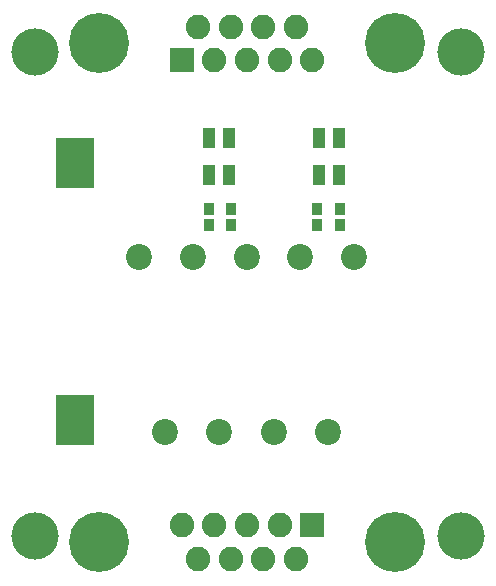
<source format=gts>
G04 DipTrace 3.3.1.3*
G04 LEDboxV0.2.gts*
%MOMM*%
G04 #@! TF.FileFunction,Soldermask,Top*
G04 #@! TF.Part,Single*
%ADD23C,5.08*%
%ADD29C,4.0*%
%ADD36R,0.90015X1.10015*%
%ADD38R,1.10015X1.70015*%
%ADD40C,2.20015*%
%ADD44C,2.07975*%
%ADD46R,2.07975X2.07975*%
%ADD48R,3.20015X4.20015*%
%FSLAX35Y35*%
G04*
G71*
G90*
G75*
G01*
G04 TopMask*
%LPD*%
D48*
X1031873Y1682750D3*
D46*
X3044750Y793750D3*
D44*
X2767750D3*
X2490750D3*
X2213750D3*
X1936750D3*
X2905750Y509750D3*
X2628750D3*
X2352750D3*
X2075750D3*
D23*
X3740750Y651750D3*
X1240750D3*
D46*
X1936750Y4730753D3*
D44*
X2213750D3*
X2490750D3*
X2767750D3*
X3044750D3*
X2075750Y5014753D3*
X2352750D3*
X2628750D3*
X2905750D3*
D23*
X1240750Y4872753D3*
X3740750D3*
D40*
X2031003Y3067843D3*
X1574593D3*
X3177973Y1585520D3*
X2717597D3*
X2257220D3*
X1796847D3*
X3400217Y3067843D3*
X2943813D3*
X2487407D3*
D38*
X3101937Y3762373D3*
Y4072373D3*
X3271937D3*
Y3762373D3*
X2165313D3*
Y4072373D3*
X2335313D3*
Y3762373D3*
D36*
X3276563Y3468687D3*
Y3338687D3*
X3087560Y3468687D3*
Y3338687D3*
X2355813Y3468687D3*
Y3338687D3*
X2165313D3*
Y3468687D3*
D48*
X1031873Y3857623D3*
D29*
X4300000Y4800000D3*
Y700000D3*
X700000Y4800000D3*
Y700000D3*
M02*

</source>
